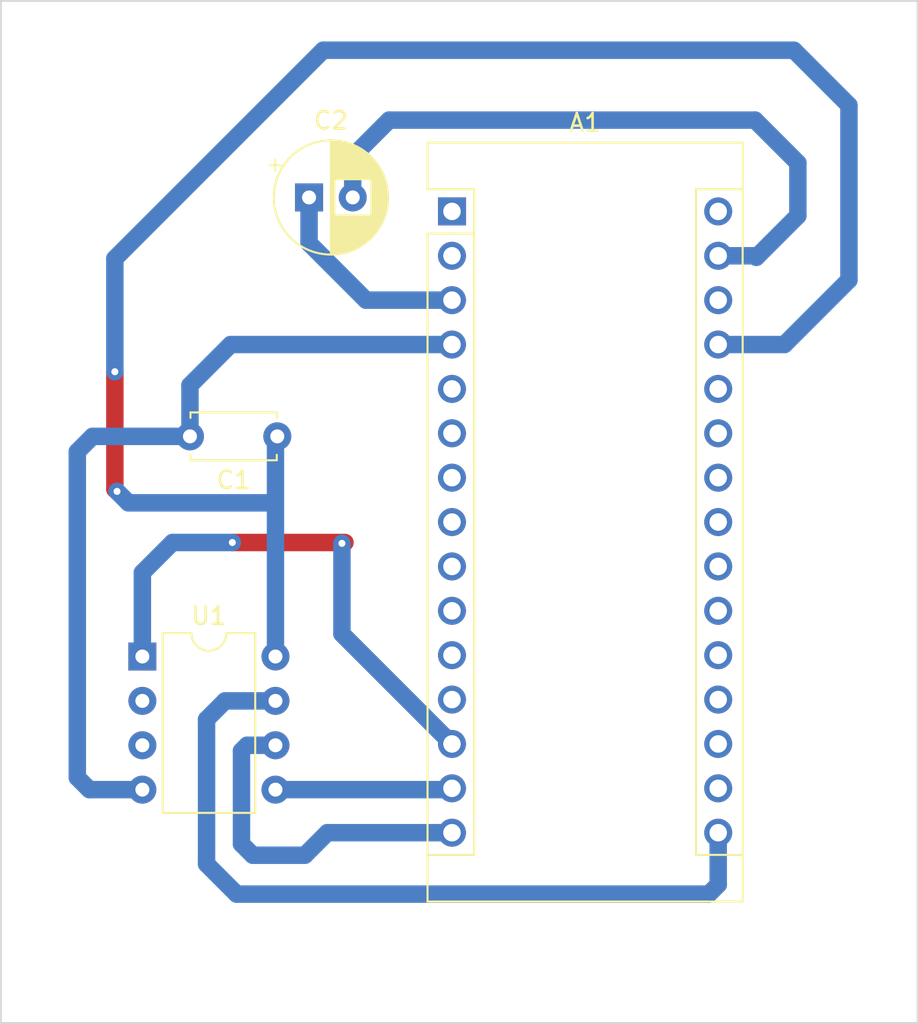
<source format=kicad_pcb>
(kicad_pcb (version 20211014) (generator pcbnew)
  (layers (0 "F.Cu" signal) (31 "B.Cu" signal) (34 "B.Paste" user) (35 "F.Paste" user) (36 "B.SilkS" user "B.Silkscreen") (37 "F.SilkS" user "F.Silkscreen") (38 "B.Mask" user) (39 "F.Mask" user) (44 "Edge.Cuts" user))
  (net 0 "")
  (net 3 "Net-(A1-Pad3)")
  (net 4 "Net-(A1-Pad4)")
  (net 13 "Net-(A1-Pad13)")
  (net 14 "Net-(A1-Pad14)")
  (net 15 "Net-(A1-Pad15)")
  (net 16 "Net-(A1-Pad16)")
  (net 27 "Net-(A1-Pad27)")
  (net 29 "Net-(A1-Pad29)")
  (footprint "Package_DIP:DIP-8_W7.62mm" (layer "F.Cu") (at 110.55 98.5)
    (fp_text reference "U1" (at 3.81 -2.33) (layer "F.SilkS"))
    (fp_text value "ATtiny85V-10P")
    (fp_line (start 6.46 -1.33) (end 4.81 -1.33) (layer "F.SilkS") (width 0.12))
    (fp_line (start 1.16 8.95) (end 6.46 8.95) (layer "F.SilkS") (width 0.12))
    (fp_line (start 2.81 -1.33) (end 1.16 -1.33) (layer "F.SilkS") (width 0.12))
    (fp_line (start 6.46 8.95) (end 6.46 -1.33) (layer "F.SilkS") (width 0.12))
    (fp_line (start 1.16 -1.33) (end 1.16 8.95) (layer "F.SilkS") (width 0.12))
    (fp_arc (start 4.81 -1.33) (mid 3.81 -0.33) (end 2.81 -1.33) (layer "F.SilkS") (width 0.12))
    (pad "1" thru_hole rect (at 0 0) (size 1.6 1.6) (drill 0.8) (layers *.Cu *.Mask) (net 13 "Net-(A1-Pad13)"))
    (pad "2" thru_hole oval (at 0 2.54) (size 1.6 1.6) (drill 0.8) (layers *.Cu *.Mask))
    (pad "3" thru_hole oval (at 0 5.08) (size 1.6 1.6) (drill 0.8) (layers *.Cu *.Mask))
    (pad "4" thru_hole oval (at 0 7.62) (size 1.6 1.6) (drill 0.8) (layers *.Cu *.Mask) (net 4 "Net-(A1-Pad4)"))
    (pad "5" thru_hole oval (at 7.62 7.62) (size 1.6 1.6) (drill 0.8) (layers *.Cu *.Mask) (net 14 "Net-(A1-Pad14)"))
    (pad "6" thru_hole oval (at 7.62 5.08) (size 1.6 1.6) (drill 0.8) (layers *.Cu *.Mask) (net 15 "Net-(A1-Pad15)"))
    (pad "7" thru_hole oval (at 7.62 2.54) (size 1.6 1.6) (drill 0.8) (layers *.Cu *.Mask) (net 16 "Net-(A1-Pad16)"))
    (pad "8" thru_hole oval (at 7.62 0) (size 1.6 1.6) (drill 0.8) (layers *.Cu *.Mask) (net 27 "Net-(A1-Pad27)"))
  )
  (footprint "Capacitor_THT:C_Disc_D4.7mm_W2.5mm_P5.00mm" (layer "F.Cu") (at 118.275 85.9 180)
    (fp_text reference "C1" (at 2.5 -2.5) (layer "F.SilkS"))
    (fp_text value "100n (104)")
    (fp_line (start 0.03 1.37) (end 4.97 1.37) (layer "F.SilkS") (width 0.12))
    (fp_line (start 0.03 1.055) (end 0.03 1.37) (layer "F.SilkS") (width 0.12))
    (fp_line (start 0.03 -1.37) (end 4.97 -1.37) (layer "F.SilkS") (width 0.12))
    (fp_line (start 4.97 1.055) (end 4.97 1.37) (layer "F.SilkS") (width 0.12))
    (fp_line (start 0.03 -1.37) (end 0.03 -1.055) (layer "F.SilkS") (width 0.12))
    (fp_line (start 4.97 -1.37) (end 4.97 -1.055) (layer "F.SilkS") (width 0.12))
    (pad "1" thru_hole circle (at 0 0 180) (size 1.6 1.6) (drill 0.8) (layers *.Cu *.Mask) (net 27 "Net-(A1-Pad27)"))
    (pad "2" thru_hole circle (at 5 0 180) (size 1.6 1.6) (drill 0.8) (layers *.Cu *.Mask) (net 4 "Net-(A1-Pad4)"))
  )
  (footprint "Module:Arduino_Nano" (layer "F.Cu") (at 128.275 73.025)
    (fp_text reference "A1" (at 7.62 -5.08) (layer "F.SilkS"))
    (fp_text value "Arduino_Nano_v2.x")
    (fp_line (start 16.64 -3.94) (end -1.4 -3.94) (layer "F.SilkS") (width 0.12))
    (fp_line (start 1.27 -1.27) (end -1.4 -1.27) (layer "F.SilkS") (width 0.12))
    (fp_line (start 1.27 1.27) (end 1.27 36.83) (layer "F.SilkS") (width 0.12))
    (fp_line (start 1.27 1.27) (end 1.27 -1.27) (layer "F.SilkS") (width 0.12))
    (fp_line (start 13.97 -1.27) (end 16.64 -1.27) (layer "F.SilkS") (width 0.12))
    (fp_line (start 13.97 36.83) (end 16.64 36.83) (layer "F.SilkS") (width 0.12))
    (fp_line (start -1.4 39.5) (end 16.64 39.5) (layer "F.SilkS") (width 0.12))
    (fp_line (start 13.97 -1.27) (end 13.97 36.83) (layer "F.SilkS") (width 0.12))
    (fp_line (start -1.4 1.27) (end -1.4 39.5) (layer "F.SilkS") (width 0.12))
    (fp_line (start 1.27 1.27) (end -1.4 1.27) (layer "F.SilkS") (width 0.12))
    (fp_line (start 1.27 36.83) (end -1.4 36.83) (layer "F.SilkS") (width 0.12))
    (fp_line (start 16.64 39.5) (end 16.64 -3.94) (layer "F.SilkS") (width 0.12))
    (fp_line (start -1.4 -3.94) (end -1.4 -1.27) (layer "F.SilkS") (width 0.12))
    (pad "1" thru_hole rect (at 0 0) (size 1.6 1.6) (drill 1) (layers *.Cu *.Mask))
    (pad "2" thru_hole oval (at 0 2.54) (size 1.6 1.6) (drill 1) (layers *.Cu *.Mask))
    (pad "3" thru_hole oval (at 0 5.08) (size 1.6 1.6) (drill 1) (layers *.Cu *.Mask) (net 3 "Net-(A1-Pad3)"))
    (pad "4" thru_hole oval (at 0 7.62) (size 1.6 1.6) (drill 1) (layers *.Cu *.Mask) (net 4 "Net-(A1-Pad4)"))
    (pad "5" thru_hole oval (at 0 10.16) (size 1.6 1.6) (drill 1) (layers *.Cu *.Mask))
    (pad "6" thru_hole oval (at 0 12.7) (size 1.6 1.6) (drill 1) (layers *.Cu *.Mask))
    (pad "7" thru_hole oval (at 0 15.24) (size 1.6 1.6) (drill 1) (layers *.Cu *.Mask))
    (pad "8" thru_hole oval (at 0 17.78) (size 1.6 1.6) (drill 1) (layers *.Cu *.Mask))
    (pad "9" thru_hole oval (at 0 20.32) (size 1.6 1.6) (drill 1) (layers *.Cu *.Mask))
    (pad "10" thru_hole oval (at 0 22.86) (size 1.6 1.6) (drill 1) (layers *.Cu *.Mask))
    (pad "11" thru_hole oval (at 0 25.4) (size 1.6 1.6) (drill 1) (layers *.Cu *.Mask))
    (pad "12" thru_hole oval (at 0 27.94) (size 1.6 1.6) (drill 1) (layers *.Cu *.Mask))
    (pad "13" thru_hole oval (at 0 30.48) (size 1.6 1.6) (drill 1) (layers *.Cu *.Mask) (net 13 "Net-(A1-Pad13)"))
    (pad "14" thru_hole oval (at 0 33.02) (size 1.6 1.6) (drill 1) (layers *.Cu *.Mask) (net 14 "Net-(A1-Pad14)"))
    (pad "15" thru_hole oval (at 0 35.56) (size 1.6 1.6) (drill 1) (layers *.Cu *.Mask) (net 15 "Net-(A1-Pad15)"))
    (pad "16" thru_hole oval (at 15.24 35.56) (size 1.6 1.6) (drill 1) (layers *.Cu *.Mask) (net 16 "Net-(A1-Pad16)"))
    (pad "17" thru_hole oval (at 15.24 33.02) (size 1.6 1.6) (drill 1) (layers *.Cu *.Mask))
    (pad "18" thru_hole oval (at 15.24 30.48) (size 1.6 1.6) (drill 1) (layers *.Cu *.Mask))
    (pad "19" thru_hole oval (at 15.24 27.94) (size 1.6 1.6) (drill 1) (layers *.Cu *.Mask))
    (pad "20" thru_hole oval (at 15.24 25.4) (size 1.6 1.6) (drill 1) (layers *.Cu *.Mask))
    (pad "21" thru_hole oval (at 15.24 22.86) (size 1.6 1.6) (drill 1) (layers *.Cu *.Mask))
    (pad "22" thru_hole oval (at 15.24 20.32) (size 1.6 1.6) (drill 1) (layers *.Cu *.Mask))
    (pad "23" thru_hole oval (at 15.24 17.78) (size 1.6 1.6) (drill 1) (layers *.Cu *.Mask))
    (pad "24" thru_hole oval (at 15.24 15.24) (size 1.6 1.6) (drill 1) (layers *.Cu *.Mask))
    (pad "25" thru_hole oval (at 15.24 12.7) (size 1.6 1.6) (drill 1) (layers *.Cu *.Mask))
    (pad "26" thru_hole oval (at 15.24 10.16) (size 1.6 1.6) (drill 1) (layers *.Cu *.Mask))
    (pad "27" thru_hole oval (at 15.24 7.62) (size 1.6 1.6) (drill 1) (layers *.Cu *.Mask) (net 27 "Net-(A1-Pad27)"))
    (pad "28" thru_hole oval (at 15.24 5.08) (size 1.6 1.6) (drill 1) (layers *.Cu *.Mask))
    (pad "29" thru_hole oval (at 15.24 2.54) (size 1.6 1.6) (drill 1) (layers *.Cu *.Mask) (net 29 "Net-(A1-Pad29)"))
    (pad "30" thru_hole oval (at 15.24 0) (size 1.6 1.6) (drill 1) (layers *.Cu *.Mask))
  )
  (footprint "Capacitor_THT:CP_Radial_D6.3mm_P2.50mm" (layer "F.Cu") (at 120.092621 72.225)
    (fp_text reference "C2" (at 1.25 -4.4) (layer "F.SilkS"))
    (fp_text value "10uF")
    (fp_line (start 3.131 1.04) (end 3.131 2.636) (layer "F.SilkS") (width 0.12))
    (fp_line (start 2.011 -3.141) (end 2.011 -1.04) (layer "F.SilkS") (width 0.12))
    (fp_line (start 3.731 -2.092) (end 3.731 2.092) (layer "F.SilkS") (width 0.12))
    (fp_line (start 2.131 1.04) (end 2.131 3.11) (layer "F.SilkS") (width 0.12))
    (fp_line (start 1.25 -3.23) (end 1.25 3.23) (layer "F.SilkS") (width 0.12))
    (fp_line (start 1.53 1.04) (end 1.53 3.218) (layer "F.SilkS") (width 0.12))
    (fp_line (start 1.77 1.04) (end 1.77 3.189) (layer "F.SilkS") (width 0.12))
    (fp_line (start 2.411 1.04) (end 2.411 3.018) (layer "F.SilkS") (width 0.12))
    (fp_line (start 4.171 -1.432) (end 4.171 1.432) (layer "F.SilkS") (width 0.12))
    (fp_line (start 2.211 1.04) (end 2.211 3.086) (layer "F.SilkS") (width 0.12))
    (fp_line (start 2.891 -2.79) (end 2.891 -1.04) (layer "F.SilkS") (width 0.12))
    (fp_line (start 2.251 -3.074) (end 2.251 -1.04) (layer "F.SilkS") (width 0.12))
    (fp_line (start 3.531 -2.305) (end 3.531 -1.04) (layer "F.SilkS") (width 0.12))
    (fp_line (start 3.331 -2.484) (end 3.331 -1.04) (layer "F.SilkS") (width 0.12))
    (fp_line (start 2.371 -3.033) (end 2.371 -1.04) (layer "F.SilkS") (width 0.12))
    (fp_line (start 2.571 1.04) (end 2.571 2.952) (layer "F.SilkS") (width 0.12))
    (fp_line (start 3.051 -2.69) (end 3.051 -1.04) (layer "F.SilkS") (width 0.12))
    (fp_line (start 1.89 -3.167) (end 1.89 -1.04) (layer "F.SilkS") (width 0.12))
    (fp_line (start 4.371 -0.94) (end 4.371 0.94) (layer "F.SilkS") (width 0.12))
    (fp_line (start 3.891 -1.89) (end 3.891 1.89) (layer "F.SilkS") (width 0.12))
    (fp_line (start 3.491 -2.343) (end 3.491 -1.04) (layer "F.SilkS") (width 0.12))
    (fp_line (start 4.331 -1.059) (end 4.331 1.059) (layer "F.SilkS") (width 0.12))
    (fp_line (start 2.491 1.04) (end 2.491 2.986) (layer "F.SilkS") (width 0.12))
    (fp_line (start 2.451 -3.002) (end 2.451 -1.04) (layer "F.SilkS") (width 0.12))
    (fp_line (start 2.411 -3.018) (end 2.411 -1.04) (layer "F.SilkS") (width 0.12))
    (fp_line (start 1.65 -3.206) (end 1.65 -1.04) (layer "F.SilkS") (width 0.12))
    (fp_line (start 2.531 -2.97) (end 2.531 -1.04) (layer "F.SilkS") (width 0.12))
    (fp_line (start 3.331 1.04) (end 3.331 2.484) (layer "F.SilkS") (width 0.12))
    (fp_line (start 2.971 -2.742) (end 2.971 -1.04) (layer "F.SilkS") (width 0.12))
    (fp_line (start 3.651 -2.182) (end 3.651 2.182) (layer "F.SilkS") (width 0.12))
    (fp_line (start 1.93 -3.159) (end 1.93 -1.04) (layer "F.SilkS") (width 0.12))
    (fp_line (start 2.091 1.04) (end 2.091 3.121) (layer "F.SilkS") (width 0.12))
    (fp_line (start 1.93 1.04) (end 1.93 3.159) (layer "F.SilkS") (width 0.12))
    (fp_line (start 2.531 1.04) (end 2.531 2.97) (layer "F.SilkS") (width 0.12))
    (fp_line (start 2.931 -2.766) (end 2.931 -1.04) (layer "F.SilkS") (width 0.12))
    (fp_line (start 4.451 -0.633) (end 4.451 0.633) (layer "F.SilkS") (width 0.12))
    (fp_line (start 2.211 -3.086) (end 2.211 -1.04) (layer "F.SilkS") (width 0.12))
    (fp_line (start 1.69 1.04) (end 1.69 3.201) (layer "F.SilkS") (width 0.12))
    (fp_line (start 2.851 -2.812) (end 2.851 -1.04) (layer "F.SilkS") (width 0.12))
    (fp_line (start 3.251 -2.548) (end 3.251 -1.04) (layer "F.SilkS") (width 0.12))
    (fp_line (start 3.171 1.04) (end 3.171 2.607) (layer "F.SilkS") (width 0.12))
    (fp_line (start 2.331 -3.047) (end 2.331 -1.04) (layer "F.SilkS") (width 0.12))
    (fp_line (start 3.811 -1.995) (end 3.811 1.995) (layer "F.SilkS") (width 0.12))
    (fp_line (start 2.651 1.04) (end 2.651 2.916) (layer "F.SilkS") (width 0.12))
    (fp_line (start 3.011 -2.716) (end 3.011 -1.04) (layer "F.SilkS") (width 0.12))
    (fp_line (start 1.29 -3.23) (end 1.29 3.23) (layer "F.SilkS") (width 0.12))
    (fp_line (start 3.371 -2.45) (end 3.371 -1.04) (layer "F.SilkS") (width 0.12))
    (fp_line (start 1.57 1.04) (end 1.57 3.215) (layer "F.SilkS") (width 0.12))
    (fp_line (start 3.291 1.04) (end 3.291 2.516) (layer "F.SilkS") (width 0.12))
    (fp_line (start 3.131 -2.636) (end 3.131 -1.04) (layer "F.SilkS") (width 0.12))
    (fp_line (start 4.091 -1.581) (end 4.091 1.581) (layer "F.SilkS") (width 0.12))
    (fp_line (start 2.851 1.04) (end 2.851 2.812) (layer "F.SilkS") (width 0.12))
    (fp_line (start 4.211 -1.35) (end 4.211 1.35) (layer "F.SilkS") (width 0.12))
    (fp_line (start 3.171 -2.607) (end 3.171 -1.04) (layer "F.SilkS") (width 0.12))
    (fp_line (start 3.291 -2.516) (end 3.291 -1.04) (layer "F.SilkS") (width 0.12))
    (fp_line (start 3.091 1.04) (end 3.091 2.664) (layer "F.SilkS") (width 0.12))
    (fp_line (start 1.971 1.04) (end 1.971 3.15) (layer "F.SilkS") (width 0.12))
    (fp_line (start 1.57 -3.215) (end 1.57 -1.04) (layer "F.SilkS") (width 0.12))
    (fp_line (start 3.211 -2.578) (end 3.211 -1.04) (layer "F.SilkS") (width 0.12))
    (fp_line (start 2.931 1.04) (end 2.931 2.766) (layer "F.SilkS") (width 0.12))
    (fp_line (start 2.571 -2.952) (end 2.571 -1.04) (layer "F.SilkS") (width 0.12))
    (fp_line (start 3.411 -2.416) (end 3.411 -1.04) (layer "F.SilkS") (width 0.12))
    (fp_line (start 1.61 -3.211) (end 1.61 -1.04) (layer "F.SilkS") (width 0.12))
    (fp_line (start 2.771 1.04) (end 2.771 2.856) (layer "F.SilkS") (width 0.12))
    (fp_line (start 2.691 1.04) (end 2.691 2.896) (layer "F.SilkS") (width 0.12))
    (fp_line (start 2.291 1.04) (end 2.291 3.061) (layer "F.SilkS") (width 0.12))
    (fp_line (start 3.771 -2.044) (end 3.771 2.044) (layer "F.SilkS") (width 0.12))
    (fp_line (start 3.051 1.04) (end 3.051 2.69) (layer "F.SilkS") (width 0.12))
    (fp_line (start 2.291 -3.061) (end 2.291 -1.04) (layer "F.SilkS") (width 0.12))
    (fp_line (start 4.051 -1.65) (end 4.051 1.65) (layer "F.SilkS") (width 0.12))
    (fp_line (start 3.411 1.04) (end 3.411 2.416) (layer "F.SilkS") (width 0.12))
    (fp_line (start 3.011 1.04) (end 3.011 2.716) (layer "F.SilkS") (width 0.12))
    (fp_line (start 1.49 1.04) (end 1.49 3.222) (layer "F.SilkS") (width 0.12))
    (fp_line (start 1.65 1.04) (end 1.65 3.206) (layer "F.SilkS") (width 0.12))
    (fp_line (start 1.85 1.04) (end 1.85 3.175) (layer "F.SilkS") (width 0.12))
    (fp_line (start 1.81 -3.182) (end 1.81 -1.04) (layer "F.SilkS") (width 0.12))
    (fp_line (start 1.73 -3.195) (end 1.73 -1.04) (layer "F.SilkS") (width 0.12))
    (fp_line (start -2.250241 -1.839) (end -1.620241 -1.839) (layer "F.SilkS") (width 0.12))
    (fp_line (start 1.45 -3.224) (end 1.45 3.224) (layer "F.SilkS") (width 0.12))
    (fp_line (start 2.611 1.04) (end 2.611 2.934) (layer "F.SilkS") (width 0.12))
    (fp_line (start 3.211 1.04) (end 3.211 2.578) (layer "F.SilkS") (width 0.12))
    (fp_line (start 2.051 1.04) (end 2.051 3.131) (layer "F.SilkS") (width 0.12))
    (fp_line (start 2.771 -2.856) (end 2.771 -1.04) (layer "F.SilkS") (width 0.12))
    (fp_line (start 1.971 -3.15) (end 1.971 -1.04) (layer "F.SilkS") (width 0.12))
    (fp_line (start 1.33 -3.23) (end 1.33 3.23) (layer "F.SilkS") (width 0.12))
    (fp_line (start 4.411 -0.802) (end 4.411 0.802) (layer "F.SilkS") (width 0.12))
    (fp_line (start 2.011 1.04) (end 2.011 3.141) (layer "F.SilkS") (width 0.12))
    (fp_line (start 3.531 1.04) (end 3.531 2.305) (layer "F.SilkS") (width 0.12))
    (fp_line (start 3.251 1.04) (end 3.251 2.548) (layer "F.SilkS") (width 0.12))
    (fp_line (start 1.61 1.04) (end 1.61 3.211) (layer "F.SilkS") (width 0.12))
    (fp_line (start 2.171 1.04) (end 2.171 3.098) (layer "F.SilkS") (width 0.12))
    (fp_line (start 2.051 -3.131) (end 2.051 -1.04) (layer "F.SilkS") (width 0.12))
    (fp_line (start 1.37 -3.228) (end 1.37 3.228) (layer "F.SilkS") (width 0.12))
    (fp_line (start 2.891 1.04) (end 2.891 2.79) (layer "F.SilkS") (width 0.12))
    (fp_line (start 2.971 1.04) (end 2.971 2.742) (layer "F.SilkS") (width 0.12))
    (fp_line (start 1.73 1.04) (end 1.73 3.195) (layer "F.SilkS") (width 0.12))
    (fp_line (start 2.131 -3.11) (end 2.131 -1.04) (layer "F.SilkS") (width 0.12))
    (fp_line (start 3.571 -2.265) (end 3.571 2.265) (layer "F.SilkS") (width 0.12))
    (fp_line (start 3.971 -1.776) (end 3.971 1.776) (layer "F.SilkS") (width 0.12))
    (fp_line (start 1.77 -3.189) (end 1.77 -1.04) (layer "F.SilkS") (width 0.12))
    (fp_line (start 2.811 -2.834) (end 2.811 -1.04) (layer "F.SilkS") (width 0.12))
    (fp_line (start 1.69 -3.201) (end 1.69 -1.04) (layer "F.SilkS") (width 0.12))
    (fp_line (start 3.611 -2.224) (end 3.611 2.224) (layer "F.SilkS") (width 0.12))
    (fp_line (start 3.091 -2.664) (end 3.091 -1.04) (layer "F.SilkS") (width 0.12))
    (fp_line (start 2.611 -2.934) (end 2.611 -1.04) (layer "F.SilkS") (width 0.12))
    (fp_line (start 1.41 -3.227) (end 1.41 3.227) (layer "F.SilkS") (width 0.12))
    (fp_line (start 2.491 -2.986) (end 2.491 -1.04) (layer "F.SilkS") (width 0.12))
    (fp_line (start 2.331 1.04) (end 2.331 3.047) (layer "F.SilkS") (width 0.12))
    (fp_line (start 1.53 -3.218) (end 1.53 -1.04) (layer "F.SilkS") (width 0.12))
    (fp_line (start 2.731 -2.876) (end 2.731 -1.04) (layer "F.SilkS") (width 0.12))
    (fp_line (start 4.251 -1.262) (end 4.251 1.262) (layer "F.SilkS") (width 0.12))
    (fp_line (start 1.85 -3.175) (end 1.85 -1.04) (layer "F.SilkS") (width 0.12))
    (fp_line (start 2.091 -3.121) (end 2.091 -1.04) (layer "F.SilkS") (width 0.12))
    (fp_line (start 2.811 1.04) (end 2.811 2.834) (layer "F.SilkS") (width 0.12))
    (fp_line (start 1.49 -3.222) (end 1.49 -1.04) (layer "F.SilkS") (width 0.12))
    (fp_line (start 2.371 1.04) (end 2.371 3.033) (layer "F.SilkS") (width 0.12))
    (fp_line (start 4.131 -1.509) (end 4.131 1.509) (layer "F.SilkS") (width 0.12))
    (fp_line (start 4.011 -1.714) (end 4.011 1.714) (layer "F.SilkS") (width 0.12))
    (fp_line (start 2.731 1.04) (end 2.731 2.876) (layer "F.SilkS") (width 0.12))
    (fp_line (start 1.81 1.04) (end 1.81 3.182) (layer "F.SilkS") (width 0.12))
    (fp_line (start 4.491 -0.402) (end 4.491 0.402) (layer "F.SilkS") (width 0.12))
    (fp_line (start 2.651 -2.916) (end 2.651 -1.04) (layer "F.SilkS") (width 0.12))
    (fp_line (start 3.491 1.04) (end 3.491 2.343) (layer "F.SilkS") (width 0.12))
    (fp_line (start 3.851 -1.944) (end 3.851 1.944) (layer "F.SilkS") (width 0.12))
    (fp_line (start 2.451 1.04) (end 2.451 3.002) (layer "F.SilkS") (width 0.12))
    (fp_line (start 3.371 1.04) (end 3.371 2.45) (layer "F.SilkS") (width 0.12))
    (fp_line (start 3.691 -2.137) (end 3.691 2.137) (layer "F.SilkS") (width 0.12))
    (fp_line (start 3.451 -2.38) (end 3.451 -1.04) (layer "F.SilkS") (width 0.12))
    (fp_line (start 3.451 1.04) (end 3.451 2.38) (layer "F.SilkS") (width 0.12))
    (fp_line (start 1.89 1.04) (end 1.89 3.167) (layer "F.SilkS") (width 0.12))
    (fp_line (start 3.931 -1.834) (end 3.931 1.834) (layer "F.SilkS") (width 0.12))
    (fp_line (start -1.935241 -2.154) (end -1.935241 -1.524) (layer "F.SilkS") (width 0.12))
    (fp_line (start 4.291 -1.165) (end 4.291 1.165) (layer "F.SilkS") (width 0.12))
    (fp_line (start 2.171 -3.098) (end 2.171 -1.04) (layer "F.SilkS") (width 0.12))
    (fp_line (start 2.691 -2.896) (end 2.691 -1.04) (layer "F.SilkS") (width 0.12))
    (fp_line (start 2.251 1.04) (end 2.251 3.074) (layer "F.SilkS") (width 0.12))
    (fp_circle (center 1.25 0) (end 4.52 0) (layer "F.SilkS") (width 0.12) (fill none))
    (pad "1" thru_hole rect (at 0 0) (size 1.6 1.6) (drill 0.8) (layers *.Cu *.Mask) (net 3 "Net-(A1-Pad3)"))
    (pad "2" thru_hole circle (at 2.5 0) (size 1.6 1.6) (drill 0.8) (layers *.Cu *.Mask) (net 29 "Net-(A1-Pad29)"))
  )
  (gr_rect (start 102.45 60.975) (end 154.925 119.475) (layer "Edge.Cuts") (width 0.1) (fill none))
  (segment (start 120.092621 74.842621) (end 123.355 78.105) (width 1) (layer "B.Cu") (net 3))
  (segment (start 123.355 78.105) (end 128.275 78.105) (width 1) (layer "B.Cu") (net 3))
  (segment (start 120.092621 72.225) (end 120.092621 74.842621) (width 1) (layer "B.Cu") (net 3))
  (segment (start 113.275 82.975) (end 115.605 80.645) (width 1) (layer "B.Cu") (net 4))
  (segment (start 107.52 106.12) (end 110.55 106.12) (width 1) (layer "B.Cu") (net 4))
  (segment (start 106.825 105.425) (end 107.52 106.12) (width 1) (layer "B.Cu") (net 4))
  (segment (start 106.825 86.775) (end 106.825 105.425) (width 1) (layer "B.Cu") (net 4))
  (segment (start 107.7 85.9) (end 113.275 85.9) (width 1) (layer "B.Cu") (net 4))
  (segment (start 115.605 80.645) (end 128.275 80.645) (width 1) (layer "B.Cu") (net 4))
  (segment (start 113.275 85.9) (end 113.275 82.975) (width 1) (layer "B.Cu") (net 4))
  (segment (start 107.7 85.9) (end 106.825 86.775) (width 1) (layer "B.Cu") (net 4))
  (segment (start 115.7 91.975) (end 122.15 91.975) (width 1) (layer "F.Cu") (net 13))
  (via (at 115.7 91.975) (size 0.8) (drill 0.4) (layers "F.Cu" "B.Cu") (net 13))
  (via (at 121.975 92.025) (size 0.8) (drill 0.4) (layers "F.Cu" "B.Cu") (net 13))
  (segment (start 112.275 91.975) (end 115.7 91.975) (width 1) (layer "B.Cu") (net 13))
  (segment (start 110.55 93.7) (end 112.275 91.975) (width 1) (layer "B.Cu") (net 13))
  (segment (start 121.975 97.205) (end 121.975 92.025) (width 1) (layer "B.Cu") (net 13))
  (segment (start 110.55 98.5) (end 110.55 93.7) (width 1) (layer "B.Cu") (net 13))
  (segment (start 128.275 103.505) (end 121.975 97.205) (width 1) (layer "B.Cu") (net 13))
  (segment (start 118.17 106.12) (end 128.2 106.12) (width 1) (layer "B.Cu") (net 14))
  (segment (start 128.2 106.12) (end 128.275 106.045) (width 1) (layer "B.Cu") (net 14))
  (segment (start 116.225 103.9) (end 116.225 109.225) (width 1) (layer "B.Cu") (net 15))
  (segment (start 116.545 103.58) (end 116.225 103.9) (width 1) (layer "B.Cu") (net 15))
  (segment (start 121.14 108.585) (end 128.275 108.585) (width 1) (layer "B.Cu") (net 15))
  (segment (start 116.875 109.875) (end 119.85 109.875) (width 1) (layer "B.Cu") (net 15))
  (segment (start 118.17 103.58) (end 116.545 103.58) (width 1) (layer "B.Cu") (net 15))
  (segment (start 119.85 109.875) (end 121.14 108.585) (width 1) (layer "B.Cu") (net 15))
  (segment (start 116.225 109.225) (end 116.875 109.875) (width 1) (layer "B.Cu") (net 15))
  (segment (start 142.975 112.1) (end 143.515 111.56) (width 1) (layer "B.Cu") (net 16))
  (segment (start 115.95 112.1) (end 142.975 112.1) (width 1) (layer "B.Cu") (net 16))
  (segment (start 114.225 102.1) (end 114.225 110.375) (width 1) (layer "B.Cu") (net 16))
  (segment (start 114.225 110.375) (end 115.95 112.1) (width 1) (layer "B.Cu") (net 16))
  (segment (start 118.17 101.04) (end 115.285 101.04) (width 1) (layer "B.Cu") (net 16))
  (segment (start 115.285 101.04) (end 114.225 102.1) (width 1) (layer "B.Cu") (net 16))
  (segment (start 143.515 111.56) (end 143.515 108.585) (width 1) (layer "B.Cu") (net 16))
  (segment (start 108.975 88.925) (end 109.1 89.05) (width 1) (layer "F.Cu") (net 27))
  (segment (start 108.975 82.2) (end 108.975 88.925) (width 1) (layer "F.Cu") (net 27))
  (via (at 109.1 89.05) (size 0.8) (drill 0.4) (layers "F.Cu" "B.Cu") (net 27))
  (via (at 108.975 82.2) (size 0.8) (drill 0.4) (layers "F.Cu" "B.Cu") (net 27))
  (segment (start 120.9 63.8) (end 108.975 75.725) (width 1) (layer "B.Cu") (net 27))
  (segment (start 118.17 89.705) (end 118.17 86.005) (width 1) (layer "B.Cu") (net 27))
  (segment (start 147.305 80.645) (end 151 76.95) (width 1) (layer "B.Cu") (net 27))
  (segment (start 118.17 89.705) (end 109.755 89.705) (width 1) (layer "B.Cu") (net 27))
  (segment (start 118.17 98.5) (end 118.17 89.705) (width 1) (layer "B.Cu") (net 27))
  (segment (start 151 76.95) (end 151 66.95) (width 1) (layer "B.Cu") (net 27))
  (segment (start 108.975 75.725) (end 108.975 82.2) (width 1) (layer "B.Cu") (net 27))
  (segment (start 118.17 86.005) (end 118.275 85.9) (width 1) (layer "B.Cu") (net 27))
  (segment (start 109.755 89.705) (end 109.1 89.05) (width 1) (layer "B.Cu") (net 27))
  (segment (start 151 66.95) (end 147.85 63.8) (width 1) (layer "B.Cu") (net 27))
  (segment (start 147.85 63.8) (end 120.9 63.8) (width 1) (layer "B.Cu") (net 27))
  (segment (start 143.515 80.645) (end 147.305 80.645) (width 1) (layer "B.Cu") (net 27))
  (segment (start 124.675 67.8) (end 145.625 67.8) (width 1) (layer "B.Cu") (net 29))
  (segment (start 122.592621 72.225) (end 122.592621 69.882379) (width 1) (layer "B.Cu") (net 29))
  (segment (start 122.592621 69.882379) (end 124.675 67.8) (width 1) (layer "B.Cu") (net 29))
  (segment (start 148.075 73.275) (end 145.7 75.65) (width 1) (layer "B.Cu") (net 29))
  (segment (start 145.7 75.65) (end 145.615 75.565) (width 1) (layer "B.Cu") (net 29))
  (segment (start 148.075 70.25) (end 148.075 73.275) (width 1) (layer "B.Cu") (net 29))
  (segment (start 145.625 67.8) (end 148.075 70.25) (width 1) (layer "B.Cu") (net 29))
  (segment (start 145.615 75.565) (end 143.515 75.565) (width 1) (layer "B.Cu") (net 29))
)
</source>
